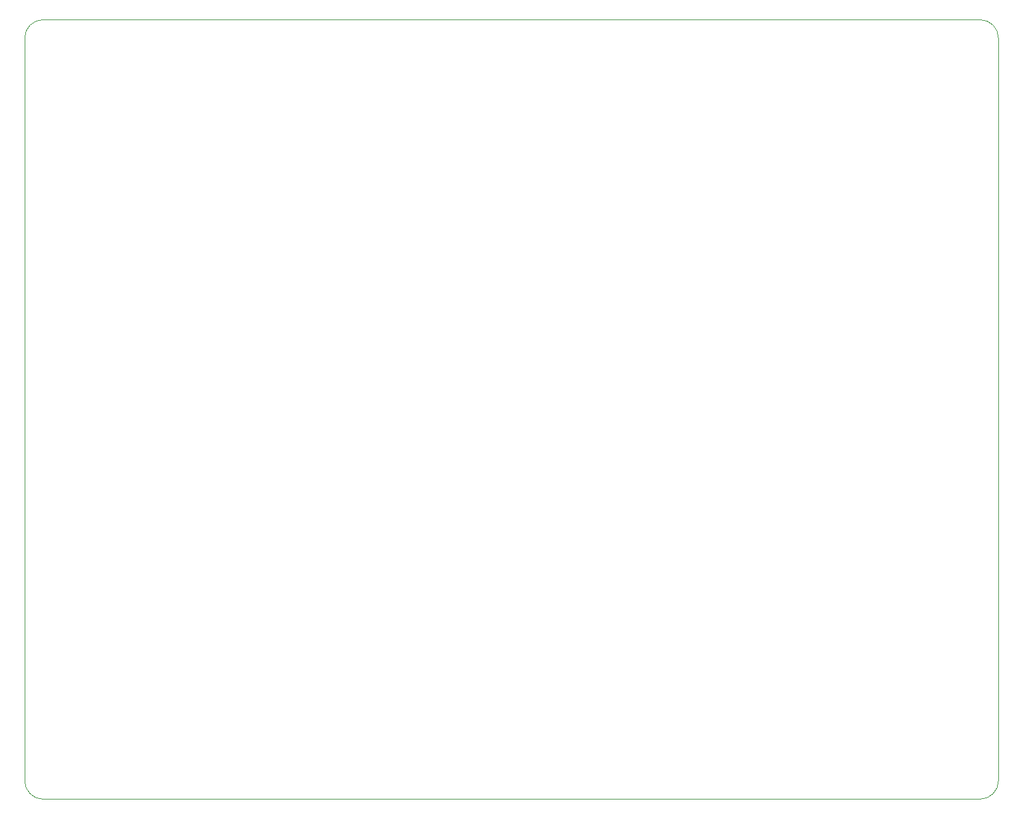
<source format=gbr>
%TF.GenerationSoftware,KiCad,Pcbnew,(5.1.10)-1*%
%TF.CreationDate,2021-07-10T22:05:52+03:00*%
%TF.ProjectId,BedoPadPcb,4265646f-5061-4645-9063-622e6b696361,rev?*%
%TF.SameCoordinates,Original*%
%TF.FileFunction,Profile,NP*%
%FSLAX46Y46*%
G04 Gerber Fmt 4.6, Leading zero omitted, Abs format (unit mm)*
G04 Created by KiCad (PCBNEW (5.1.10)-1) date 2021-07-10 22:05:52*
%MOMM*%
%LPD*%
G01*
G04 APERTURE LIST*
%TA.AperFunction,Profile*%
%ADD10C,0.050000*%
%TD*%
%TA.AperFunction,Profile*%
%ADD11C,0.100000*%
%TD*%
G04 APERTURE END LIST*
D10*
X26193750Y-150812500D02*
G75*
G02*
X23812500Y-148431250I0J2381250D01*
G01*
X23812500Y-51593750D02*
G75*
G02*
X26193750Y-49212500I2381250J0D01*
G01*
X148431250Y-49212500D02*
G75*
G02*
X150812500Y-51593750I0J-2381250D01*
G01*
X150812500Y-148431250D02*
G75*
G02*
X148431250Y-150812500I-2381250J0D01*
G01*
D11*
X150812500Y-51593750D02*
X150812500Y-148431250D01*
X26193750Y-49212500D02*
X148431250Y-49212500D01*
X23812500Y-148431250D02*
X23812500Y-51593750D01*
X148431250Y-150812500D02*
X26193750Y-150812500D01*
M02*

</source>
